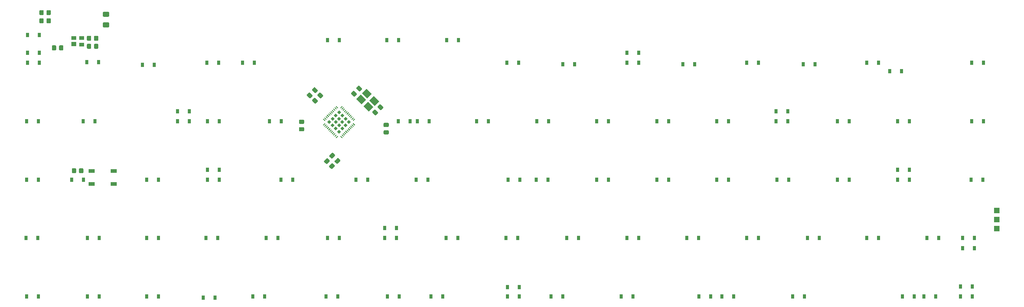
<source format=gbr>
%TF.GenerationSoftware,KiCad,Pcbnew,(5.1.9-0-10_14)*%
%TF.CreationDate,2021-02-02T05:51:32+09:00*%
%TF.ProjectId,Unison,556e6973-6f6e-42e6-9b69-6361645f7063,v01_1AU*%
%TF.SameCoordinates,Original*%
%TF.FileFunction,Paste,Bot*%
%TF.FilePolarity,Positive*%
%FSLAX46Y46*%
G04 Gerber Fmt 4.6, Leading zero omitted, Abs format (unit mm)*
G04 Created by KiCad (PCBNEW (5.1.9-0-10_14)) date 2021-02-02 05:51:32*
%MOMM*%
%LPD*%
G01*
G04 APERTURE LIST*
%ADD10R,1.400000X1.000000*%
%ADD11R,1.400000X1.200000*%
%ADD12C,0.100000*%
%ADD13R,0.900000X1.200000*%
%ADD14R,1.524000X1.524000*%
%ADD15R,1.800000X1.100000*%
G04 APERTURE END LIST*
%TO.C,C2*%
G36*
G01*
X118804073Y-46217678D02*
X118132322Y-45545927D01*
G75*
G02*
X118132322Y-45192373I176777J176777D01*
G01*
X118609619Y-44715076D01*
G75*
G02*
X118963173Y-44715076I176777J-176777D01*
G01*
X119634924Y-45386827D01*
G75*
G02*
X119634924Y-45740381I-176777J-176777D01*
G01*
X119157627Y-46217678D01*
G75*
G02*
X118804073Y-46217678I-176777J176777D01*
G01*
G37*
G36*
G01*
X117336827Y-47684924D02*
X116665076Y-47013173D01*
G75*
G02*
X116665076Y-46659619I176777J176777D01*
G01*
X117142373Y-46182322D01*
G75*
G02*
X117495927Y-46182322I176777J-176777D01*
G01*
X118167678Y-46854073D01*
G75*
G02*
X118167678Y-47207627I-176777J-176777D01*
G01*
X117690381Y-47684924D01*
G75*
G02*
X117336827Y-47684924I-176777J176777D01*
G01*
G37*
%TD*%
%TO.C,R7*%
G36*
G01*
X37900000Y-25649999D02*
X37900000Y-26550001D01*
G75*
G02*
X37650001Y-26800000I-249999J0D01*
G01*
X36949999Y-26800000D01*
G75*
G02*
X36700000Y-26550001I0J249999D01*
G01*
X36700000Y-25649999D01*
G75*
G02*
X36949999Y-25400000I249999J0D01*
G01*
X37650001Y-25400000D01*
G75*
G02*
X37900000Y-25649999I0J-249999D01*
G01*
G37*
G36*
G01*
X39900000Y-25649999D02*
X39900000Y-26550001D01*
G75*
G02*
X39650001Y-26800000I-249999J0D01*
G01*
X38949999Y-26800000D01*
G75*
G02*
X38700000Y-26550001I0J249999D01*
G01*
X38700000Y-25649999D01*
G75*
G02*
X38949999Y-25400000I249999J0D01*
G01*
X39650001Y-25400000D01*
G75*
G02*
X39900000Y-25649999I0J-249999D01*
G01*
G37*
%TD*%
D10*
%TO.C,D102*%
X35200000Y-27900000D03*
X35200000Y-26000000D03*
X33000000Y-26000000D03*
D11*
X33000000Y-27720000D03*
%TD*%
%TO.C,C3*%
G36*
G01*
X111386827Y-42434924D02*
X110715076Y-41763173D01*
G75*
G02*
X110715076Y-41409619I176777J176777D01*
G01*
X111192373Y-40932322D01*
G75*
G02*
X111545927Y-40932322I176777J-176777D01*
G01*
X112217678Y-41604073D01*
G75*
G02*
X112217678Y-41957627I-176777J-176777D01*
G01*
X111740381Y-42434924D01*
G75*
G02*
X111386827Y-42434924I-176777J176777D01*
G01*
G37*
G36*
G01*
X112854073Y-40967678D02*
X112182322Y-40295927D01*
G75*
G02*
X112182322Y-39942373I176777J176777D01*
G01*
X112659619Y-39465076D01*
G75*
G02*
X113013173Y-39465076I176777J-176777D01*
G01*
X113684924Y-40136827D01*
G75*
G02*
X113684924Y-40490381I-176777J-176777D01*
G01*
X113207627Y-40967678D01*
G75*
G02*
X112854073Y-40967678I-176777J176777D01*
G01*
G37*
%TD*%
D12*
%TO.C,Y1*%
G36*
X118517336Y-43768198D02*
G01*
X117244544Y-45040990D01*
X115759620Y-43556066D01*
X117032412Y-42283274D01*
X118517336Y-43768198D01*
G37*
G36*
X116466726Y-41717588D02*
G01*
X115193934Y-42990380D01*
X113709010Y-41505456D01*
X114981802Y-40232664D01*
X116466726Y-41717588D01*
G37*
G36*
X114840380Y-43343934D02*
G01*
X113567588Y-44616726D01*
X112082664Y-43131802D01*
X113355456Y-41859010D01*
X114840380Y-43343934D01*
G37*
G36*
X116890990Y-45394544D02*
G01*
X115618198Y-46667336D01*
X114133274Y-45182412D01*
X115406066Y-43909620D01*
X116890990Y-45394544D01*
G37*
%TD*%
D13*
%TO.C,D94*%
X284550000Y-95800000D03*
X281250000Y-95800000D03*
%TD*%
%TO.C,C1*%
G36*
G01*
X120965000Y-51030000D02*
X120015000Y-51030000D01*
G75*
G02*
X119765000Y-50780000I0J250000D01*
G01*
X119765000Y-50105000D01*
G75*
G02*
X120015000Y-49855000I250000J0D01*
G01*
X120965000Y-49855000D01*
G75*
G02*
X121215000Y-50105000I0J-250000D01*
G01*
X121215000Y-50780000D01*
G75*
G02*
X120965000Y-51030000I-250000J0D01*
G01*
G37*
G36*
G01*
X120965000Y-53105000D02*
X120015000Y-53105000D01*
G75*
G02*
X119765000Y-52855000I0J250000D01*
G01*
X119765000Y-52180000D01*
G75*
G02*
X120015000Y-51930000I250000J0D01*
G01*
X120965000Y-51930000D01*
G75*
G02*
X121215000Y-52180000I0J-250000D01*
G01*
X121215000Y-52855000D01*
G75*
G02*
X120965000Y-53105000I-250000J0D01*
G01*
G37*
%TD*%
%TO.C,C4*%
G36*
G01*
X106082322Y-60454073D02*
X106754073Y-59782322D01*
G75*
G02*
X107107627Y-59782322I176777J-176777D01*
G01*
X107584924Y-60259619D01*
G75*
G02*
X107584924Y-60613173I-176777J-176777D01*
G01*
X106913173Y-61284924D01*
G75*
G02*
X106559619Y-61284924I-176777J176777D01*
G01*
X106082322Y-60807627D01*
G75*
G02*
X106082322Y-60454073I176777J176777D01*
G01*
G37*
G36*
G01*
X104615076Y-58986827D02*
X105286827Y-58315076D01*
G75*
G02*
X105640381Y-58315076I176777J-176777D01*
G01*
X106117678Y-58792373D01*
G75*
G02*
X106117678Y-59145927I-176777J-176777D01*
G01*
X105445927Y-59817678D01*
G75*
G02*
X105092373Y-59817678I-176777J176777D01*
G01*
X104615076Y-59340381D01*
G75*
G02*
X104615076Y-58986827I176777J176777D01*
G01*
G37*
%TD*%
%TO.C,C5*%
G36*
G01*
X101954073Y-42917678D02*
X101282322Y-42245927D01*
G75*
G02*
X101282322Y-41892373I176777J176777D01*
G01*
X101759619Y-41415076D01*
G75*
G02*
X102113173Y-41415076I176777J-176777D01*
G01*
X102784924Y-42086827D01*
G75*
G02*
X102784924Y-42440381I-176777J-176777D01*
G01*
X102307627Y-42917678D01*
G75*
G02*
X101954073Y-42917678I-176777J176777D01*
G01*
G37*
G36*
G01*
X100486827Y-44384924D02*
X99815076Y-43713173D01*
G75*
G02*
X99815076Y-43359619I176777J176777D01*
G01*
X100292373Y-42882322D01*
G75*
G02*
X100645927Y-42882322I176777J-176777D01*
G01*
X101317678Y-43554073D01*
G75*
G02*
X101317678Y-43907627I-176777J-176777D01*
G01*
X100840381Y-44384924D01*
G75*
G02*
X100486827Y-44384924I-176777J176777D01*
G01*
G37*
%TD*%
%TO.C,C6*%
G36*
G01*
X99145927Y-41382322D02*
X99817678Y-42054073D01*
G75*
G02*
X99817678Y-42407627I-176777J-176777D01*
G01*
X99340381Y-42884924D01*
G75*
G02*
X98986827Y-42884924I-176777J176777D01*
G01*
X98315076Y-42213173D01*
G75*
G02*
X98315076Y-41859619I176777J176777D01*
G01*
X98792373Y-41382322D01*
G75*
G02*
X99145927Y-41382322I176777J-176777D01*
G01*
G37*
G36*
G01*
X100613173Y-39915076D02*
X101284924Y-40586827D01*
G75*
G02*
X101284924Y-40940381I-176777J-176777D01*
G01*
X100807627Y-41417678D01*
G75*
G02*
X100454073Y-41417678I-176777J176777D01*
G01*
X99782322Y-40745927D01*
G75*
G02*
X99782322Y-40392373I176777J176777D01*
G01*
X100259619Y-39915076D01*
G75*
G02*
X100613173Y-39915076I176777J-176777D01*
G01*
G37*
%TD*%
%TO.C,C7*%
G36*
G01*
X97275000Y-50150000D02*
X96325000Y-50150000D01*
G75*
G02*
X96075000Y-49900000I0J250000D01*
G01*
X96075000Y-49225000D01*
G75*
G02*
X96325000Y-48975000I250000J0D01*
G01*
X97275000Y-48975000D01*
G75*
G02*
X97525000Y-49225000I0J-250000D01*
G01*
X97525000Y-49900000D01*
G75*
G02*
X97275000Y-50150000I-250000J0D01*
G01*
G37*
G36*
G01*
X97275000Y-52225000D02*
X96325000Y-52225000D01*
G75*
G02*
X96075000Y-51975000I0J250000D01*
G01*
X96075000Y-51300000D01*
G75*
G02*
X96325000Y-51050000I250000J0D01*
G01*
X97275000Y-51050000D01*
G75*
G02*
X97525000Y-51300000I0J-250000D01*
G01*
X97525000Y-51975000D01*
G75*
G02*
X97275000Y-52225000I-250000J0D01*
G01*
G37*
%TD*%
%TO.C,D1*%
X23350000Y-30200000D03*
X20050000Y-30200000D03*
%TD*%
%TO.C,D2*%
X23350000Y-25200000D03*
X20050000Y-25200000D03*
%TD*%
%TO.C,D3*%
X23350000Y-33000000D03*
X20050000Y-33000000D03*
%TD*%
%TO.C,D4*%
X23150000Y-49400000D03*
X19850000Y-49400000D03*
%TD*%
%TO.C,D5*%
X23150000Y-65800000D03*
X19850000Y-65800000D03*
%TD*%
%TO.C,D6*%
X22950000Y-82200000D03*
X19650000Y-82200000D03*
%TD*%
%TO.C,D7*%
X23150000Y-98600000D03*
X19850000Y-98600000D03*
%TD*%
%TO.C,D9*%
X39950000Y-32800000D03*
X36650000Y-32800000D03*
%TD*%
%TO.C,D10*%
X38950000Y-49400000D03*
X35650000Y-49400000D03*
%TD*%
%TO.C,D11*%
X35750000Y-65800000D03*
X32450000Y-65800000D03*
%TD*%
%TO.C,D12*%
X40150000Y-82200000D03*
X36850000Y-82200000D03*
%TD*%
%TO.C,D13*%
X40150000Y-98600000D03*
X36850000Y-98600000D03*
%TD*%
%TO.C,D14*%
X65350000Y-46600000D03*
X62050000Y-46600000D03*
%TD*%
%TO.C,D15*%
X55550000Y-33600000D03*
X52250000Y-33600000D03*
%TD*%
%TO.C,D16*%
X65350000Y-49400000D03*
X62050000Y-49400000D03*
%TD*%
%TO.C,D17*%
X56750000Y-65800000D03*
X53450000Y-65800000D03*
%TD*%
%TO.C,D18*%
X56750000Y-82200000D03*
X53450000Y-82200000D03*
%TD*%
%TO.C,D19*%
X56750000Y-98600000D03*
X53450000Y-98600000D03*
%TD*%
%TO.C,D20*%
X73550000Y-33000000D03*
X70250000Y-33000000D03*
%TD*%
%TO.C,D21*%
X73750000Y-49400000D03*
X70450000Y-49400000D03*
%TD*%
%TO.C,D22*%
X73750000Y-65800000D03*
X70450000Y-65800000D03*
%TD*%
%TO.C,D23*%
X73350000Y-82200000D03*
X70050000Y-82200000D03*
%TD*%
%TO.C,D24*%
X72550000Y-98900000D03*
X69250000Y-98900000D03*
%TD*%
%TO.C,D25*%
X73750000Y-63000000D03*
X70450000Y-63000000D03*
%TD*%
%TO.C,D26*%
X83575000Y-33000000D03*
X80275000Y-33000000D03*
%TD*%
%TO.C,D27*%
X91150000Y-49400000D03*
X87850000Y-49400000D03*
%TD*%
%TO.C,D28*%
X94350000Y-65800000D03*
X91050000Y-65800000D03*
%TD*%
%TO.C,D29*%
X90150000Y-82200000D03*
X86850000Y-82200000D03*
%TD*%
%TO.C,D30*%
X86450000Y-98600000D03*
X83150000Y-98600000D03*
%TD*%
%TO.C,D31*%
X107350000Y-26600000D03*
X104050000Y-26600000D03*
%TD*%
%TO.C,D32*%
X127150000Y-49400000D03*
X123850000Y-49400000D03*
%TD*%
%TO.C,D33*%
X115350000Y-65800000D03*
X112050000Y-65800000D03*
%TD*%
%TO.C,D34*%
X107350000Y-82200000D03*
X104050000Y-82200000D03*
%TD*%
%TO.C,D35*%
X106950000Y-98600000D03*
X103650000Y-98600000D03*
%TD*%
%TO.C,D36*%
X123350000Y-79400000D03*
X120050000Y-79400000D03*
%TD*%
%TO.C,D37*%
X123950000Y-26600000D03*
X120650000Y-26600000D03*
%TD*%
%TO.C,D38*%
X132550000Y-49400000D03*
X129250000Y-49400000D03*
%TD*%
%TO.C,D39*%
X132150000Y-65800000D03*
X128850000Y-65800000D03*
%TD*%
%TO.C,D40*%
X123350000Y-82200000D03*
X120050000Y-82200000D03*
%TD*%
%TO.C,D41*%
X124150000Y-98600000D03*
X120850000Y-98600000D03*
%TD*%
%TO.C,D42*%
X140750000Y-26600000D03*
X137450000Y-26600000D03*
%TD*%
%TO.C,D43*%
X149150000Y-49400000D03*
X145850000Y-49400000D03*
%TD*%
%TO.C,D44*%
X157950000Y-65800000D03*
X154650000Y-65800000D03*
%TD*%
%TO.C,D45*%
X140550000Y-82200000D03*
X137250000Y-82200000D03*
%TD*%
%TO.C,D46*%
X136350000Y-98600000D03*
X133050000Y-98600000D03*
%TD*%
%TO.C,D47*%
X157750000Y-96000000D03*
X154450000Y-96000000D03*
%TD*%
%TO.C,D48*%
X157550000Y-33000000D03*
X154250000Y-33000000D03*
%TD*%
%TO.C,D49*%
X165950000Y-49400000D03*
X162650000Y-49400000D03*
%TD*%
%TO.C,D50*%
X165750000Y-65800000D03*
X162450000Y-65800000D03*
%TD*%
%TO.C,D51*%
X157350000Y-82200000D03*
X154050000Y-82200000D03*
%TD*%
%TO.C,D52*%
X157750000Y-98600000D03*
X154450000Y-98600000D03*
%TD*%
%TO.C,D54*%
X173250000Y-33400000D03*
X169950000Y-33400000D03*
%TD*%
%TO.C,D55*%
X182750000Y-49400000D03*
X179450000Y-49400000D03*
%TD*%
%TO.C,D56*%
X182750000Y-65800000D03*
X179450000Y-65800000D03*
%TD*%
%TO.C,D57*%
X174350000Y-82200000D03*
X171050000Y-82200000D03*
%TD*%
%TO.C,D58*%
X169950000Y-98600000D03*
X166650000Y-98600000D03*
%TD*%
%TO.C,D59*%
X191150000Y-30200000D03*
X187850000Y-30200000D03*
%TD*%
%TO.C,D60*%
X191150000Y-33000000D03*
X187850000Y-33000000D03*
%TD*%
%TO.C,D61*%
X199550000Y-49400000D03*
X196250000Y-49400000D03*
%TD*%
%TO.C,D62*%
X199550000Y-65800000D03*
X196250000Y-65800000D03*
%TD*%
%TO.C,D63*%
X191150000Y-82200000D03*
X187850000Y-82200000D03*
%TD*%
%TO.C,D64*%
X189550000Y-98600000D03*
X186250000Y-98600000D03*
%TD*%
%TO.C,D66*%
X206850000Y-33400000D03*
X203550000Y-33400000D03*
%TD*%
%TO.C,D67*%
X216350000Y-49400000D03*
X213050000Y-49400000D03*
%TD*%
%TO.C,D68*%
X216350000Y-65800000D03*
X213050000Y-65800000D03*
%TD*%
%TO.C,D69*%
X207950000Y-82200000D03*
X204650000Y-82200000D03*
%TD*%
%TO.C,D70*%
X211350000Y-98600000D03*
X208050000Y-98600000D03*
%TD*%
%TO.C,D71*%
X232950000Y-46600000D03*
X229650000Y-46600000D03*
%TD*%
%TO.C,D72*%
X224750000Y-33000000D03*
X221450000Y-33000000D03*
%TD*%
%TO.C,D73*%
X232950000Y-49400000D03*
X229650000Y-49400000D03*
%TD*%
%TO.C,D74*%
X233150000Y-65800000D03*
X229850000Y-65800000D03*
%TD*%
%TO.C,D75*%
X224750000Y-82200000D03*
X221450000Y-82200000D03*
%TD*%
%TO.C,D76*%
X217750000Y-98600000D03*
X214450000Y-98600000D03*
%TD*%
%TO.C,D78*%
X240550000Y-33400000D03*
X237250000Y-33400000D03*
%TD*%
%TO.C,D79*%
X250150000Y-49400000D03*
X246850000Y-49400000D03*
%TD*%
%TO.C,D80*%
X250150000Y-65800000D03*
X246850000Y-65800000D03*
%TD*%
%TO.C,D81*%
X241750000Y-82200000D03*
X238450000Y-82200000D03*
%TD*%
%TO.C,D82*%
X237550000Y-98600000D03*
X234250000Y-98600000D03*
%TD*%
%TO.C,D83*%
X266950000Y-63000000D03*
X263650000Y-63000000D03*
%TD*%
%TO.C,D84*%
X258350000Y-33000000D03*
X255050000Y-33000000D03*
%TD*%
%TO.C,D85*%
X266950000Y-49400000D03*
X263650000Y-49400000D03*
%TD*%
%TO.C,D86*%
X266950000Y-65800000D03*
X263650000Y-65800000D03*
%TD*%
%TO.C,D87*%
X258350000Y-82200000D03*
X255050000Y-82200000D03*
%TD*%
%TO.C,D88*%
X268350000Y-98600000D03*
X265050000Y-98600000D03*
%TD*%
%TO.C,D90*%
X264800000Y-35350000D03*
X261500000Y-35350000D03*
%TD*%
%TO.C,D91*%
X275150000Y-82200000D03*
X271850000Y-82200000D03*
%TD*%
%TO.C,D92*%
X274350000Y-98600000D03*
X271050000Y-98600000D03*
%TD*%
%TO.C,D93*%
X285150000Y-85000000D03*
X281850000Y-85000000D03*
%TD*%
%TO.C,D95*%
X287750000Y-33000000D03*
X284450000Y-33000000D03*
%TD*%
%TO.C,D96*%
X287750000Y-49400000D03*
X284450000Y-49400000D03*
%TD*%
%TO.C,D97*%
X287550000Y-65800000D03*
X284250000Y-65800000D03*
%TD*%
%TO.C,D98*%
X285150000Y-82200000D03*
X281850000Y-82200000D03*
%TD*%
%TO.C,D99*%
X284550000Y-98600000D03*
X281250000Y-98600000D03*
%TD*%
%TO.C,F1*%
G36*
G01*
X42675000Y-20075000D02*
X41425000Y-20075000D01*
G75*
G02*
X41175000Y-19825000I0J250000D01*
G01*
X41175000Y-18900000D01*
G75*
G02*
X41425000Y-18650000I250000J0D01*
G01*
X42675000Y-18650000D01*
G75*
G02*
X42925000Y-18900000I0J-250000D01*
G01*
X42925000Y-19825000D01*
G75*
G02*
X42675000Y-20075000I-250000J0D01*
G01*
G37*
G36*
G01*
X42675000Y-23050000D02*
X41425000Y-23050000D01*
G75*
G02*
X41175000Y-22800000I0J250000D01*
G01*
X41175000Y-21875000D01*
G75*
G02*
X41425000Y-21625000I250000J0D01*
G01*
X42675000Y-21625000D01*
G75*
G02*
X42925000Y-21875000I0J-250000D01*
G01*
X42925000Y-22800000D01*
G75*
G02*
X42675000Y-23050000I-250000J0D01*
G01*
G37*
%TD*%
D14*
%TO.C,L15*%
X291450000Y-74470000D03*
X291450000Y-77010000D03*
X291450000Y-79550000D03*
%TD*%
%TO.C,R1*%
G36*
G01*
X28100000Y-28349999D02*
X28100000Y-29250001D01*
G75*
G02*
X27850001Y-29500000I-249999J0D01*
G01*
X27149999Y-29500000D01*
G75*
G02*
X26900000Y-29250001I0J249999D01*
G01*
X26900000Y-28349999D01*
G75*
G02*
X27149999Y-28100000I249999J0D01*
G01*
X27850001Y-28100000D01*
G75*
G02*
X28100000Y-28349999I0J-249999D01*
G01*
G37*
G36*
G01*
X30100000Y-28349999D02*
X30100000Y-29250001D01*
G75*
G02*
X29850001Y-29500000I-249999J0D01*
G01*
X29149999Y-29500000D01*
G75*
G02*
X28900000Y-29250001I0J249999D01*
G01*
X28900000Y-28349999D01*
G75*
G02*
X29149999Y-28100000I249999J0D01*
G01*
X29850001Y-28100000D01*
G75*
G02*
X30100000Y-28349999I0J-249999D01*
G01*
G37*
%TD*%
%TO.C,R4*%
G36*
G01*
X34500000Y-63750001D02*
X34500000Y-62849999D01*
G75*
G02*
X34749999Y-62600000I249999J0D01*
G01*
X35450001Y-62600000D01*
G75*
G02*
X35700000Y-62849999I0J-249999D01*
G01*
X35700000Y-63750001D01*
G75*
G02*
X35450001Y-64000000I-249999J0D01*
G01*
X34749999Y-64000000D01*
G75*
G02*
X34500000Y-63750001I0J249999D01*
G01*
G37*
G36*
G01*
X32500000Y-63750001D02*
X32500000Y-62849999D01*
G75*
G02*
X32749999Y-62600000I249999J0D01*
G01*
X33450001Y-62600000D01*
G75*
G02*
X33700000Y-62849999I0J-249999D01*
G01*
X33700000Y-63750001D01*
G75*
G02*
X33450001Y-64000000I-249999J0D01*
G01*
X32749999Y-64000000D01*
G75*
G02*
X32500000Y-63750001I0J249999D01*
G01*
G37*
%TD*%
%TO.C,R5*%
G36*
G01*
X25400000Y-19350001D02*
X25400000Y-18449999D01*
G75*
G02*
X25649999Y-18200000I249999J0D01*
G01*
X26350001Y-18200000D01*
G75*
G02*
X26600000Y-18449999I0J-249999D01*
G01*
X26600000Y-19350001D01*
G75*
G02*
X26350001Y-19600000I-249999J0D01*
G01*
X25649999Y-19600000D01*
G75*
G02*
X25400000Y-19350001I0J249999D01*
G01*
G37*
G36*
G01*
X23400000Y-19350001D02*
X23400000Y-18449999D01*
G75*
G02*
X23649999Y-18200000I249999J0D01*
G01*
X24350001Y-18200000D01*
G75*
G02*
X24600000Y-18449999I0J-249999D01*
G01*
X24600000Y-19350001D01*
G75*
G02*
X24350001Y-19600000I-249999J0D01*
G01*
X23649999Y-19600000D01*
G75*
G02*
X23400000Y-19350001I0J249999D01*
G01*
G37*
%TD*%
%TO.C,R6*%
G36*
G01*
X25400000Y-21650001D02*
X25400000Y-20749999D01*
G75*
G02*
X25649999Y-20500000I249999J0D01*
G01*
X26350001Y-20500000D01*
G75*
G02*
X26600000Y-20749999I0J-249999D01*
G01*
X26600000Y-21650001D01*
G75*
G02*
X26350001Y-21900000I-249999J0D01*
G01*
X25649999Y-21900000D01*
G75*
G02*
X25400000Y-21650001I0J249999D01*
G01*
G37*
G36*
G01*
X23400000Y-21650001D02*
X23400000Y-20749999D01*
G75*
G02*
X23649999Y-20500000I249999J0D01*
G01*
X24350001Y-20500000D01*
G75*
G02*
X24600000Y-20749999I0J-249999D01*
G01*
X24600000Y-21650001D01*
G75*
G02*
X24350001Y-21900000I-249999J0D01*
G01*
X23649999Y-21900000D01*
G75*
G02*
X23400000Y-21650001I0J249999D01*
G01*
G37*
%TD*%
%TO.C,R8*%
G36*
G01*
X37900000Y-27899999D02*
X37900000Y-28800001D01*
G75*
G02*
X37650001Y-29050000I-249999J0D01*
G01*
X36949999Y-29050000D01*
G75*
G02*
X36700000Y-28800001I0J249999D01*
G01*
X36700000Y-27899999D01*
G75*
G02*
X36949999Y-27650000I249999J0D01*
G01*
X37650001Y-27650000D01*
G75*
G02*
X37900000Y-27899999I0J-249999D01*
G01*
G37*
G36*
G01*
X39900000Y-27899999D02*
X39900000Y-28800001D01*
G75*
G02*
X39650001Y-29050000I-249999J0D01*
G01*
X38949999Y-29050000D01*
G75*
G02*
X38700000Y-28800001I0J249999D01*
G01*
X38700000Y-27899999D01*
G75*
G02*
X38949999Y-27650000I249999J0D01*
G01*
X39650001Y-27650000D01*
G75*
G02*
X39900000Y-27899999I0J-249999D01*
G01*
G37*
%TD*%
%TO.C,R9*%
G36*
G01*
X104557537Y-61893935D02*
X105193935Y-61257537D01*
G75*
G02*
X105547487Y-61257537I176776J-176776D01*
G01*
X106042463Y-61752513D01*
G75*
G02*
X106042463Y-62106065I-176776J-176776D01*
G01*
X105406065Y-62742463D01*
G75*
G02*
X105052513Y-62742463I-176776J176776D01*
G01*
X104557537Y-62247487D01*
G75*
G02*
X104557537Y-61893935I176776J176776D01*
G01*
G37*
G36*
G01*
X103143323Y-60479721D02*
X103779721Y-59843323D01*
G75*
G02*
X104133273Y-59843323I176776J-176776D01*
G01*
X104628249Y-60338299D01*
G75*
G02*
X104628249Y-60691851I-176776J-176776D01*
G01*
X103991851Y-61328249D01*
G75*
G02*
X103638299Y-61328249I-176776J176776D01*
G01*
X103143323Y-60833273D01*
G75*
G02*
X103143323Y-60479721I176776J176776D01*
G01*
G37*
%TD*%
D15*
%TO.C,ResetSW1*%
X44200000Y-63350000D03*
X38000000Y-63350000D03*
X44200000Y-67050000D03*
X38000000Y-67050000D03*
%TD*%
D12*
%TO.C,U1*%
G36*
X104022560Y-49600000D02*
G01*
X104568800Y-49053760D01*
X105115040Y-49600000D01*
X104568800Y-50146240D01*
X104022560Y-49600000D01*
G37*
G36*
X104932960Y-48689600D02*
G01*
X105479200Y-48143360D01*
X106025440Y-48689600D01*
X105479200Y-49235840D01*
X104932960Y-48689600D01*
G37*
G36*
X105843360Y-47779200D02*
G01*
X106389600Y-47232960D01*
X106935840Y-47779200D01*
X106389600Y-48325440D01*
X105843360Y-47779200D01*
G37*
G36*
X106753760Y-46868800D02*
G01*
X107300000Y-46322560D01*
X107846240Y-46868800D01*
X107300000Y-47415040D01*
X106753760Y-46868800D01*
G37*
G36*
X104932960Y-50510400D02*
G01*
X105479200Y-49964160D01*
X106025440Y-50510400D01*
X105479200Y-51056640D01*
X104932960Y-50510400D01*
G37*
G36*
X105843360Y-49600000D02*
G01*
X106389600Y-49053760D01*
X106935840Y-49600000D01*
X106389600Y-50146240D01*
X105843360Y-49600000D01*
G37*
G36*
X106753760Y-48689600D02*
G01*
X107300000Y-48143360D01*
X107846240Y-48689600D01*
X107300000Y-49235840D01*
X106753760Y-48689600D01*
G37*
G36*
X107664160Y-47779200D02*
G01*
X108210400Y-47232960D01*
X108756640Y-47779200D01*
X108210400Y-48325440D01*
X107664160Y-47779200D01*
G37*
G36*
X105843360Y-51420800D02*
G01*
X106389600Y-50874560D01*
X106935840Y-51420800D01*
X106389600Y-51967040D01*
X105843360Y-51420800D01*
G37*
G36*
X106753760Y-50510400D02*
G01*
X107300000Y-49964160D01*
X107846240Y-50510400D01*
X107300000Y-51056640D01*
X106753760Y-50510400D01*
G37*
G36*
X107664160Y-49600000D02*
G01*
X108210400Y-49053760D01*
X108756640Y-49600000D01*
X108210400Y-50146240D01*
X107664160Y-49600000D01*
G37*
G36*
X108574560Y-48689600D02*
G01*
X109120800Y-48143360D01*
X109667040Y-48689600D01*
X109120800Y-49235840D01*
X108574560Y-48689600D01*
G37*
G36*
X106753760Y-52331200D02*
G01*
X107300000Y-51784960D01*
X107846240Y-52331200D01*
X107300000Y-52877440D01*
X106753760Y-52331200D01*
G37*
G36*
X107664160Y-51420800D02*
G01*
X108210400Y-50874560D01*
X108756640Y-51420800D01*
X108210400Y-51967040D01*
X107664160Y-51420800D01*
G37*
G36*
X108574560Y-50510400D02*
G01*
X109120800Y-49964160D01*
X109667040Y-50510400D01*
X109120800Y-51056640D01*
X108574560Y-50510400D01*
G37*
G36*
X109484960Y-49600000D02*
G01*
X110031200Y-49053760D01*
X110577440Y-49600000D01*
X110031200Y-50146240D01*
X109484960Y-49600000D01*
G37*
G36*
X103287169Y-49900520D02*
G01*
X103463946Y-50077297D01*
X102968971Y-50572272D01*
X102792194Y-50395495D01*
X103287169Y-49900520D01*
G37*
G36*
X103640722Y-50254073D02*
G01*
X103817499Y-50430850D01*
X103322524Y-50925825D01*
X103145747Y-50749048D01*
X103640722Y-50254073D01*
G37*
G36*
X103994276Y-50607627D02*
G01*
X104171053Y-50784404D01*
X103676078Y-51279379D01*
X103499301Y-51102602D01*
X103994276Y-50607627D01*
G37*
G36*
X104347829Y-50961180D02*
G01*
X104524606Y-51137957D01*
X104029631Y-51632932D01*
X103852854Y-51456155D01*
X104347829Y-50961180D01*
G37*
G36*
X104701383Y-51314734D02*
G01*
X104878160Y-51491511D01*
X104383185Y-51986486D01*
X104206408Y-51809709D01*
X104701383Y-51314734D01*
G37*
G36*
X105054936Y-51668287D02*
G01*
X105231713Y-51845064D01*
X104736738Y-52340039D01*
X104559961Y-52163262D01*
X105054936Y-51668287D01*
G37*
G36*
X105408489Y-52021840D02*
G01*
X105585266Y-52198617D01*
X105090291Y-52693592D01*
X104913514Y-52516815D01*
X105408489Y-52021840D01*
G37*
G36*
X105762043Y-52375394D02*
G01*
X105938820Y-52552171D01*
X105443845Y-53047146D01*
X105267068Y-52870369D01*
X105762043Y-52375394D01*
G37*
G36*
X106115596Y-52728947D02*
G01*
X106292373Y-52905724D01*
X105797398Y-53400699D01*
X105620621Y-53223922D01*
X106115596Y-52728947D01*
G37*
G36*
X106469150Y-53082501D02*
G01*
X106645927Y-53259278D01*
X106150952Y-53754253D01*
X105974175Y-53577476D01*
X106469150Y-53082501D01*
G37*
G36*
X106822703Y-53436054D02*
G01*
X106999480Y-53612831D01*
X106504505Y-54107806D01*
X106327728Y-53931029D01*
X106822703Y-53436054D01*
G37*
G36*
X107600520Y-53612831D02*
G01*
X107777297Y-53436054D01*
X108272272Y-53931029D01*
X108095495Y-54107806D01*
X107600520Y-53612831D01*
G37*
G36*
X107954073Y-53259278D02*
G01*
X108130850Y-53082501D01*
X108625825Y-53577476D01*
X108449048Y-53754253D01*
X107954073Y-53259278D01*
G37*
G36*
X108307627Y-52905724D02*
G01*
X108484404Y-52728947D01*
X108979379Y-53223922D01*
X108802602Y-53400699D01*
X108307627Y-52905724D01*
G37*
G36*
X108661180Y-52552171D02*
G01*
X108837957Y-52375394D01*
X109332932Y-52870369D01*
X109156155Y-53047146D01*
X108661180Y-52552171D01*
G37*
G36*
X109014734Y-52198617D02*
G01*
X109191511Y-52021840D01*
X109686486Y-52516815D01*
X109509709Y-52693592D01*
X109014734Y-52198617D01*
G37*
G36*
X109368287Y-51845064D02*
G01*
X109545064Y-51668287D01*
X110040039Y-52163262D01*
X109863262Y-52340039D01*
X109368287Y-51845064D01*
G37*
G36*
X109721840Y-51491511D02*
G01*
X109898617Y-51314734D01*
X110393592Y-51809709D01*
X110216815Y-51986486D01*
X109721840Y-51491511D01*
G37*
G36*
X110075394Y-51137957D02*
G01*
X110252171Y-50961180D01*
X110747146Y-51456155D01*
X110570369Y-51632932D01*
X110075394Y-51137957D01*
G37*
G36*
X110428947Y-50784404D02*
G01*
X110605724Y-50607627D01*
X111100699Y-51102602D01*
X110923922Y-51279379D01*
X110428947Y-50784404D01*
G37*
G36*
X110782501Y-50430850D02*
G01*
X110959278Y-50254073D01*
X111454253Y-50749048D01*
X111277476Y-50925825D01*
X110782501Y-50430850D01*
G37*
G36*
X111136054Y-50077297D02*
G01*
X111312831Y-49900520D01*
X111807806Y-50395495D01*
X111631029Y-50572272D01*
X111136054Y-50077297D01*
G37*
G36*
X111631029Y-48627728D02*
G01*
X111807806Y-48804505D01*
X111312831Y-49299480D01*
X111136054Y-49122703D01*
X111631029Y-48627728D01*
G37*
G36*
X111277476Y-48274175D02*
G01*
X111454253Y-48450952D01*
X110959278Y-48945927D01*
X110782501Y-48769150D01*
X111277476Y-48274175D01*
G37*
G36*
X110923922Y-47920621D02*
G01*
X111100699Y-48097398D01*
X110605724Y-48592373D01*
X110428947Y-48415596D01*
X110923922Y-47920621D01*
G37*
G36*
X110570369Y-47567068D02*
G01*
X110747146Y-47743845D01*
X110252171Y-48238820D01*
X110075394Y-48062043D01*
X110570369Y-47567068D01*
G37*
G36*
X110216815Y-47213514D02*
G01*
X110393592Y-47390291D01*
X109898617Y-47885266D01*
X109721840Y-47708489D01*
X110216815Y-47213514D01*
G37*
G36*
X109863262Y-46859961D02*
G01*
X110040039Y-47036738D01*
X109545064Y-47531713D01*
X109368287Y-47354936D01*
X109863262Y-46859961D01*
G37*
G36*
X109509709Y-46506408D02*
G01*
X109686486Y-46683185D01*
X109191511Y-47178160D01*
X109014734Y-47001383D01*
X109509709Y-46506408D01*
G37*
G36*
X109156155Y-46152854D02*
G01*
X109332932Y-46329631D01*
X108837957Y-46824606D01*
X108661180Y-46647829D01*
X109156155Y-46152854D01*
G37*
G36*
X108802602Y-45799301D02*
G01*
X108979379Y-45976078D01*
X108484404Y-46471053D01*
X108307627Y-46294276D01*
X108802602Y-45799301D01*
G37*
G36*
X108449048Y-45445747D02*
G01*
X108625825Y-45622524D01*
X108130850Y-46117499D01*
X107954073Y-45940722D01*
X108449048Y-45445747D01*
G37*
G36*
X108095495Y-45092194D02*
G01*
X108272272Y-45268971D01*
X107777297Y-45763946D01*
X107600520Y-45587169D01*
X108095495Y-45092194D01*
G37*
G36*
X106327728Y-45268971D02*
G01*
X106504505Y-45092194D01*
X106999480Y-45587169D01*
X106822703Y-45763946D01*
X106327728Y-45268971D01*
G37*
G36*
X105974175Y-45622524D02*
G01*
X106150952Y-45445747D01*
X106645927Y-45940722D01*
X106469150Y-46117499D01*
X105974175Y-45622524D01*
G37*
G36*
X105620621Y-45976078D02*
G01*
X105797398Y-45799301D01*
X106292373Y-46294276D01*
X106115596Y-46471053D01*
X105620621Y-45976078D01*
G37*
G36*
X105267068Y-46329631D02*
G01*
X105443845Y-46152854D01*
X105938820Y-46647829D01*
X105762043Y-46824606D01*
X105267068Y-46329631D01*
G37*
G36*
X104913514Y-46683185D02*
G01*
X105090291Y-46506408D01*
X105585266Y-47001383D01*
X105408489Y-47178160D01*
X104913514Y-46683185D01*
G37*
G36*
X104559961Y-47036738D02*
G01*
X104736738Y-46859961D01*
X105231713Y-47354936D01*
X105054936Y-47531713D01*
X104559961Y-47036738D01*
G37*
G36*
X104206408Y-47390291D02*
G01*
X104383185Y-47213514D01*
X104878160Y-47708489D01*
X104701383Y-47885266D01*
X104206408Y-47390291D01*
G37*
G36*
X103852854Y-47743845D02*
G01*
X104029631Y-47567068D01*
X104524606Y-48062043D01*
X104347829Y-48238820D01*
X103852854Y-47743845D01*
G37*
G36*
X103499301Y-48097398D02*
G01*
X103676078Y-47920621D01*
X104171053Y-48415596D01*
X103994276Y-48592373D01*
X103499301Y-48097398D01*
G37*
G36*
X103145747Y-48450952D02*
G01*
X103322524Y-48274175D01*
X103817499Y-48769150D01*
X103640722Y-48945927D01*
X103145747Y-48450952D01*
G37*
G36*
X102792194Y-48804505D02*
G01*
X102968971Y-48627728D01*
X103463946Y-49122703D01*
X103287169Y-49299480D01*
X102792194Y-48804505D01*
G37*
%TD*%
M02*

</source>
